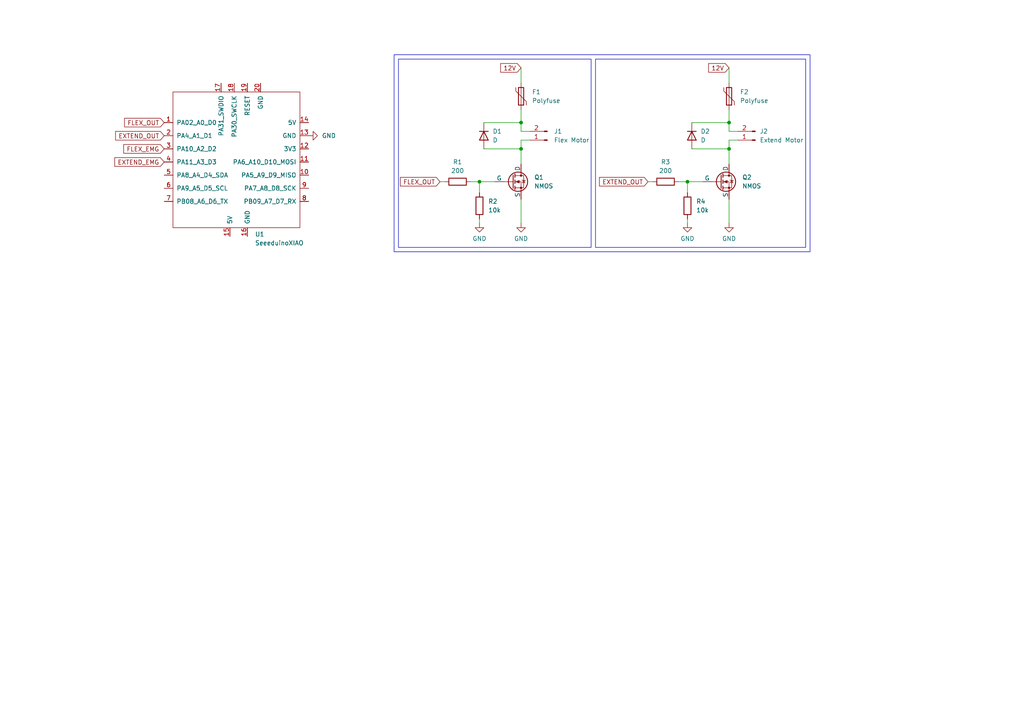
<source format=kicad_sch>
(kicad_sch (version 20230121) (generator eeschema)
  (paper "A4")
  (lib_symbols
    (symbol "Connector:Conn_01x02_Pin" (pin_names (offset 1.016) hide)
      (property "Reference" "J" (at 0 2.54 0))
      (property "Value" "Conn_01x02_Pin" (at 0 -5.08 0))
      (symbol "Conn_01x02_Pin_1_1"
        (polyline (pts (xy 1.27 -2.54) (xy 0.8636 -2.54)) (stroke (width 0.1524)))
        (polyline (pts (xy 1.27 0) (xy 0.8636 0)) (stroke (width 0.1524)))
        (rectangle (start 0.8636 -2.413) (end 0 -2.667) (stroke (width 0.1524)) (fill (type outline)))
        (rectangle (start 0.8636 0.127) (end 0 -0.127) (stroke (width 0.1524)) (fill (type outline)))
        (pin passive line (at 5.08 0 180) (length 3.81) (name "Pin_1") (number "1"))
        (pin passive line (at 5.08 -2.54 180) (length 3.81) (name "Pin_2") (number "2"))
      )
    )
    (symbol "Device:D" (pin_numbers hide) (pin_names (offset 1.016) hide)
      (property "Reference" "D" (at 0 2.54 0))
      (property "Value" "D" (at 0 -2.54 0))
      (symbol "D_0_1"
        (polyline (pts (xy -1.27 1.27) (xy -1.27 -1.27)) (stroke (width 0.254)))
        (polyline (pts (xy 1.27 0) (xy -1.27 0)))
        (polyline (pts (xy 1.27 1.27) (xy 1.27 -1.27) (xy -1.27 0) (xy 1.27 1.27)) (stroke (width 0.254)))
      )
      (symbol "D_1_1"
        (pin passive line (at -3.81 0 0) (length 2.54) (name "K") (number "1"))
        (pin passive line (at 3.81 0 180) (length 2.54) (name "A") (number "2"))
      )
    )
    (symbol "Device:Polyfuse" (pin_numbers hide) (pin_names (offset 0))
      (property "Reference" "F" (at -2.54 0 90))
      (property "Value" "Polyfuse" (at 2.54 0 90))
      (symbol "Polyfuse_0_1"
        (rectangle (start -0.762 2.54) (end 0.762 -2.54) (stroke (width 0.254)))
        (polyline (pts (xy 0 2.54) (xy 0 -2.54)))
        (polyline (pts (xy -1.524 2.54) (xy -1.524 1.524) (xy 1.524 -1.524) (xy 1.524 -2.54)))
      )
      (symbol "Polyfuse_1_1"
        (pin passive line (at 0 3.81 270) (length 1.27) (name "~") (number "1"))
        (pin passive line (at 0 -3.81 90) (length 1.27) (name "~") (number "2"))
      )
    )
    (symbol "Device:R" (pin_numbers hide) (pin_names (offset 0))
      (property "Reference" "R" (at 2.032 0 90))
      (property "Value" "R" (at 0 0 90))
      (symbol "R_0_1"
        (rectangle (start -1.016 -2.54) (end 1.016 2.54) (stroke (width 0.254)))
      )
      (symbol "R_1_1"
        (pin passive line (at 0 3.81 270) (length 1.27) (name "~") (number "1"))
        (pin passive line (at 0 -3.81 90) (length 1.27) (name "~") (number "2"))
      )
    )
    (symbol "Simulation_SPICE:NMOS" (pin_numbers hide) (pin_names (offset 0))
      (property "Reference" "Q" (at 5.08 1.27 0))
      (property "Value" "NMOS" (at 5.08 -1.27 0))
      (symbol "NMOS_0_1"
        (polyline (pts (xy 0.254 0) (xy -2.54 0)))
        (polyline (pts (xy 0.254 1.905) (xy 0.254 -1.905)) (stroke (width 0.254)))
        (polyline (pts (xy 0.762 -1.27) (xy 0.762 -2.286)) (stroke (width 0.254)))
        (polyline (pts (xy 0.762 0.508) (xy 0.762 -0.508)) (stroke (width 0.254)))
        (polyline (pts (xy 0.762 2.286) (xy 0.762 1.27)) (stroke (width 0.254)))
        (polyline (pts (xy 2.54 2.54) (xy 2.54 1.778)))
        (polyline (pts (xy 2.54 -2.54) (xy 2.54 0) (xy 0.762 0)))
        (polyline (pts (xy 0.762 -1.778) (xy 3.302 -1.778) (xy 3.302 1.778) (xy 0.762 1.778)))
        (polyline (pts (xy 1.016 0) (xy 2.032 0.381) (xy 2.032 -0.381) (xy 1.016 0)) (fill (type outline)))
        (polyline (pts (xy 2.794 0.508) (xy 2.921 0.381) (xy 3.683 0.381) (xy 3.81 0.254)))
        (polyline (pts (xy 3.302 0.381) (xy 2.921 -0.254) (xy 3.683 -0.254) (xy 3.302 0.381)))
        (circle (center 1.651 0) (radius 2.794) (stroke (width 0.254)))
        (circle (center 2.54 -1.778) (radius 0.254) (fill (type outline)))
        (circle (center 2.54 1.778) (radius 0.254) (fill (type outline)))
      )
      (symbol "NMOS_1_1"
        (pin passive line (at 2.54 5.08 270) (length 2.54) (name "D") (number "1"))
        (pin input line (at -5.08 0 0) (length 2.54) (name "G") (number "2"))
        (pin passive line (at 2.54 -5.08 90) (length 2.54) (name "S") (number "3"))
      )
    )
    (symbol "Xiao:SeeeduinoXIAO" (pin_names (offset 1.016))
      (property "Reference" "U" (at -19.05 22.86 0))
      (property "Value" "SeeeduinoXIAO" (at -12.7 21.59 0))
      (symbol "SeeeduinoXIAO_0_1"
        (rectangle (start -19.05 20.32) (end 17.78 -19.05))
      )
      (symbol "SeeeduinoXIAO_1_1"
        (pin unspecified line (at -21.59 11.43 0) (length 2.54) (name "PA02_A0_D0") (number "1"))
        (pin unspecified line (at 20.32 -3.81 180) (length 2.54) (name "PA5_A9_D9_MISO") (number "10"))
        (pin unspecified line (at 20.32 0 180) (length 2.54) (name "PA6_A10_D10_MOSI") (number "11"))
        (pin unspecified line (at 20.32 3.81 180) (length 2.54) (name "3V3") (number "12"))
        (pin unspecified line (at 20.32 7.62 180) (length 2.54) (name "GND") (number "13"))
        (pin unspecified line (at 20.32 11.43 180) (length 2.54) (name "5V") (number "14"))
        (pin input line (at -2.54 -21.59 90) (length 2.54) (name "5V") (number "15"))
        (pin input line (at 2.54 -21.59 90) (length 2.54) (name "GND") (number "16"))
        (pin input line (at -5.08 22.86 270) (length 2.54) (name "PA31_SWDIO") (number "17"))
        (pin input line (at -1.27 22.86 270) (length 2.54) (name "PA30_SWCLK") (number "18"))
        (pin input line (at 2.54 22.86 270) (length 2.54) (name "RESET") (number "19"))
        (pin unspecified line (at -21.59 7.62 0) (length 2.54) (name "PA4_A1_D1") (number "2"))
        (pin input line (at 6.35 22.86 270) (length 2.54) (name "GND") (number "20"))
        (pin unspecified line (at -21.59 3.81 0) (length 2.54) (name "PA10_A2_D2") (number "3"))
        (pin unspecified line (at -21.59 0 0) (length 2.54) (name "PA11_A3_D3") (number "4"))
        (pin unspecified line (at -21.59 -3.81 0) (length 2.54) (name "PA8_A4_D4_SDA") (number "5"))
        (pin unspecified line (at -21.59 -7.62 0) (length 2.54) (name "PA9_A5_D5_SCL") (number "6"))
        (pin unspecified line (at -21.59 -11.43 0) (length 2.54) (name "PB08_A6_D6_TX") (number "7"))
        (pin unspecified line (at 20.32 -11.43 180) (length 2.54) (name "PB09_A7_D7_RX") (number "8"))
        (pin unspecified line (at 20.32 -7.62 180) (length 2.54) (name "PA7_A8_D8_SCK") (number "9"))
      )
    )
    (symbol "power:GND" (power) (pin_names (offset 0))
      (property "Value" "GND" (at 0 -3.81 0))
      (symbol "GND_0_1"
        (polyline (pts (xy 0 0) (xy 0 -1.27) (xy 1.27 -1.27) (xy 0 -2.54) (xy -1.27 -1.27) (xy 0 -1.27)))
      )
      (symbol "GND_1_1"
        (pin power_in line (at 0 0 270) (length 0) hide (name "GND") (number "1"))
      )
    )
  )
  (junction (at 211.455 43.18))
  (junction (at 211.455 35.56))
  (junction (at 199.39 52.705))
  (junction (at 151.13 43.18))
  (junction (at 139.065 52.705))
  (junction (at 151.13 35.56))
  (wire (pts (xy 199.39 64.77) (xy 199.39 63.5)))
  (wire (pts (xy 153.67 38.1) (xy 151.13 38.1)))
  (wire (pts (xy 139.065 64.77) (xy 139.065 63.5)))
  (wire (pts (xy 187.96 52.705) (xy 189.23 52.705)))
  (wire (pts (xy 151.13 38.1) (xy 151.13 35.56)))
  (wire (pts (xy 139.065 52.705) (xy 143.51 52.705)))
  (wire (pts (xy 151.13 24.13) (xy 151.13 19.685)))
  (wire (pts (xy 213.995 40.64) (xy 211.455 40.64)))
  (wire (pts (xy 127.635 52.705) (xy 128.905 52.705)))
  (wire (pts (xy 213.995 38.1) (xy 211.455 38.1)))
  (wire (pts (xy 200.66 35.56) (xy 211.455 35.56)))
  (wire (pts (xy 151.13 64.77) (xy 151.13 57.785)))
  (wire (pts (xy 139.065 52.705) (xy 139.065 55.88)))
  (wire (pts (xy 151.13 40.64) (xy 151.13 43.18)))
  (wire (pts (xy 139.065 52.705) (xy 136.525 52.705)))
  (wire (pts (xy 151.13 43.18) (xy 151.13 47.625)))
  (wire (pts (xy 140.335 35.56) (xy 151.13 35.56)))
  (wire (pts (xy 199.39 52.705) (xy 196.85 52.705)))
  (wire (pts (xy 199.39 52.705) (xy 203.835 52.705)))
  (wire (pts (xy 153.67 40.64) (xy 151.13 40.64)))
  (wire (pts (xy 211.455 24.13) (xy 211.455 19.685)))
  (wire (pts (xy 199.39 52.705) (xy 199.39 55.88)))
  (wire (pts (xy 200.66 43.18) (xy 211.455 43.18)))
  (wire (pts (xy 151.13 35.56) (xy 151.13 31.75)))
  (wire (pts (xy 211.455 38.1) (xy 211.455 35.56)))
  (wire (pts (xy 140.335 43.18) (xy 151.13 43.18)))
  (wire (pts (xy 211.455 43.18) (xy 211.455 47.625)))
  (wire (pts (xy 211.455 40.64) (xy 211.455 43.18)))
  (wire (pts (xy 211.455 64.77) (xy 211.455 57.785)))
  (wire (pts (xy 211.455 35.56) (xy 211.455 31.75)))
  (rectangle (start 115.57 17.145) (end 171.45 71.755))
  (rectangle (start 114.3 15.875) (end 234.95 73.025))
  (rectangle (start 172.72 17.145) (end 233.68 71.755))
  (global_label "12V" (shape input) (at 151.13 19.685 180) (property "Intersheetrefs" "${INTERSHEET_REFS}" (effects hide)))
  (global_label "EXTEND_OUT" (shape input) (at 187.96 52.705 180) (property "Intersheetrefs" "${INTERSHEET_REFS}" (effects hide)))
  (global_label "12V" (shape input) (at 211.455 19.685 180) (property "Intersheetrefs" "${INTERSHEET_REFS}" (effects hide)))
  (global_label "EXTEND_OUT" (shape input) (at 47.625 39.37 180) (property "Intersheetrefs" "${INTERSHEET_REFS}" (effects hide)))
  (global_label "FLEX_EMG" (shape input) (at 47.625 43.18 180) (property "Intersheetrefs" "${INTERSHEET_REFS}" (effects hide)))
  (global_label "EXTEND_EMG" (shape input) (at 47.625 46.99 180) (property "Intersheetrefs" "${INTERSHEET_REFS}" (effects hide)))
  (global_label "FLEX_OUT" (shape input) (at 47.625 35.56 180) (property "Intersheetrefs" "${INTERSHEET_REFS}" (effects hide)))
  (global_label "FLEX_OUT" (shape input) (at 127.635 52.705 180) (property "Intersheetrefs" "${INTERSHEET_REFS}" (effects hide)))
  (symbol (lib_id "Device:R") (at 193.04 52.705 90) (unit 1)
    (property "Reference" "R3" (at 193.04 46.99 90))
    (property "Value" "200" (at 193.04 49.53 90))
  )
  (symbol (lib_id "Device:R") (at 139.065 59.69 0) (unit 1)
    (property "Reference" "R2" (at 141.605 58.42 0) (effects (justify left)))
    (property "Value" "10k" (at 141.605 60.96 0) (effects (justify left)))
  )
  (symbol (lib_id "power:GND") (at 199.39 64.77 0) (unit 1)
    (property "Reference" "#PWR03" (effects hide))
    (property "Value" "GND" (at 199.39 69.215 0))
  )
  (symbol (lib_id "power:GND") (at 211.455 64.77 0) (unit 1)
    (property "Reference" "#PWR04" (effects hide))
    (property "Value" "GND" (at 211.455 69.215 0))
  )
  (symbol (lib_id "Device:D") (at 200.66 39.37 270) (unit 1)
    (property "Reference" "D2" (at 203.2 38.1 90) (effects (justify left)))
    (property "Value" "D" (at 203.2 40.64 90) (effects (justify left)))
    (property "Sim.Device" "D" (effects hide))
    (property "Sim.Pins" "1=K 2=A" (effects hide))
  )
  (symbol (lib_id "Simulation_SPICE:NMOS") (at 208.915 52.705 0) (unit 1)
    (property "Reference" "Q2" (at 215.265 51.435 0) (effects (justify left)))
    (property "Value" "NMOS" (at 215.265 53.975 0) (effects (justify left)))
    (property "Datasheet" "https://ngspice.sourceforge.io/docs/ngspice-manual.pdf" (effects hide))
    (property "Sim.Device" "NMOS" (effects hide))
    (property "Sim.Type" "VDMOS" (effects hide))
    (property "Sim.Pins" "1=D 2=G 3=S" (effects hide))
  )
  (symbol (lib_id "Connector:Conn_01x02_Pin") (at 158.75 40.64 180) (unit 1)
    (property "Reference" "J1" (at 160.655 38.1 0) (effects (justify right)))
    (property "Value" "Flex Motor" (at 160.655 40.64 0) (effects (justify right)))
  )
  (symbol (lib_id "Simulation_SPICE:NMOS") (at 148.59 52.705 0) (unit 1)
    (property "Reference" "Q1" (at 154.94 51.435 0) (effects (justify left)))
    (property "Value" "NMOS" (at 154.94 53.975 0) (effects (justify left)))
    (property "Datasheet" "https://ngspice.sourceforge.io/docs/ngspice-manual.pdf" (effects hide))
    (property "Sim.Device" "NMOS" (effects hide))
    (property "Sim.Type" "VDMOS" (effects hide))
    (property "Sim.Pins" "1=D 2=G 3=S" (effects hide))
  )
  (symbol (lib_id "Connector:Conn_01x02_Pin") (at 219.075 40.64 180) (unit 1)
    (property "Reference" "J2" (at 220.345 38.1 0) (effects (justify right)))
    (property "Value" "Extend Motor" (at 220.345 40.64 0) (effects (justify right)))
  )
  (symbol (lib_id "Device:Polyfuse") (at 151.13 27.94 0) (unit 1)
    (property "Reference" "F1" (at 154.305 26.67 0) (effects (justify left)))
    (property "Value" "Polyfuse" (at 154.305 29.21 0) (effects (justify left)))
  )
  (symbol (lib_id "power:GND") (at 151.13 64.77 0) (unit 1)
    (property "Reference" "#PWR02" (effects hide))
    (property "Value" "GND" (at 151.13 69.215 0))
  )
  (symbol (lib_id "Device:R") (at 199.39 59.69 0) (unit 1)
    (property "Reference" "R4" (at 201.93 58.42 0) (effects (justify left)))
    (property "Value" "10k" (at 201.93 60.96 0) (effects (justify left)))
  )
  (symbol (lib_id "Device:Polyfuse") (at 211.455 27.94 0) (unit 1)
    (property "Reference" "F2" (at 214.63 26.67 0) (effects (justify left)))
    (property "Value" "Polyfuse" (at 214.63 29.21 0) (effects (justify left)))
  )
  (symbol (lib_id "Device:D") (at 140.335 39.37 270) (unit 1)
    (property "Reference" "D1" (at 142.875 38.1 90) (effects (justify left)))
    (property "Value" "D" (at 142.875 40.64 90) (effects (justify left)))
    (property "Sim.Device" "D" (effects hide))
    (property "Sim.Pins" "1=K 2=A" (effects hide))
  )
  (symbol (lib_id "Xiao:SeeeduinoXIAO") (at 69.215 46.99 0) (unit 1)
    (property "Reference" "U1" (at 73.9491 67.945 0) (effects (justify left)))
    (property "Value" "SeeeduinoXIAO" (at 73.9491 70.485 0) (effects (justify left)))
  )
  (symbol (lib_id "power:GND") (at 89.535 39.37 90) (unit 1)
    (property "Reference" "#PWR05" (effects hide))
    (property "Value" "GND" (at 93.345 39.37 90) (effects (justify right)))
  )
  (symbol (lib_id "Device:R") (at 132.715 52.705 90) (unit 1)
    (property "Reference" "R1" (at 132.715 46.99 90))
    (property "Value" "200" (at 132.715 49.53 90))
  )
  (symbol (lib_id "power:GND") (at 139.065 64.77 0) (unit 1)
    (property "Reference" "#PWR01" (effects hide))
    (property "Value" "GND" (at 139.065 69.215 0))
  )
)
</source>
